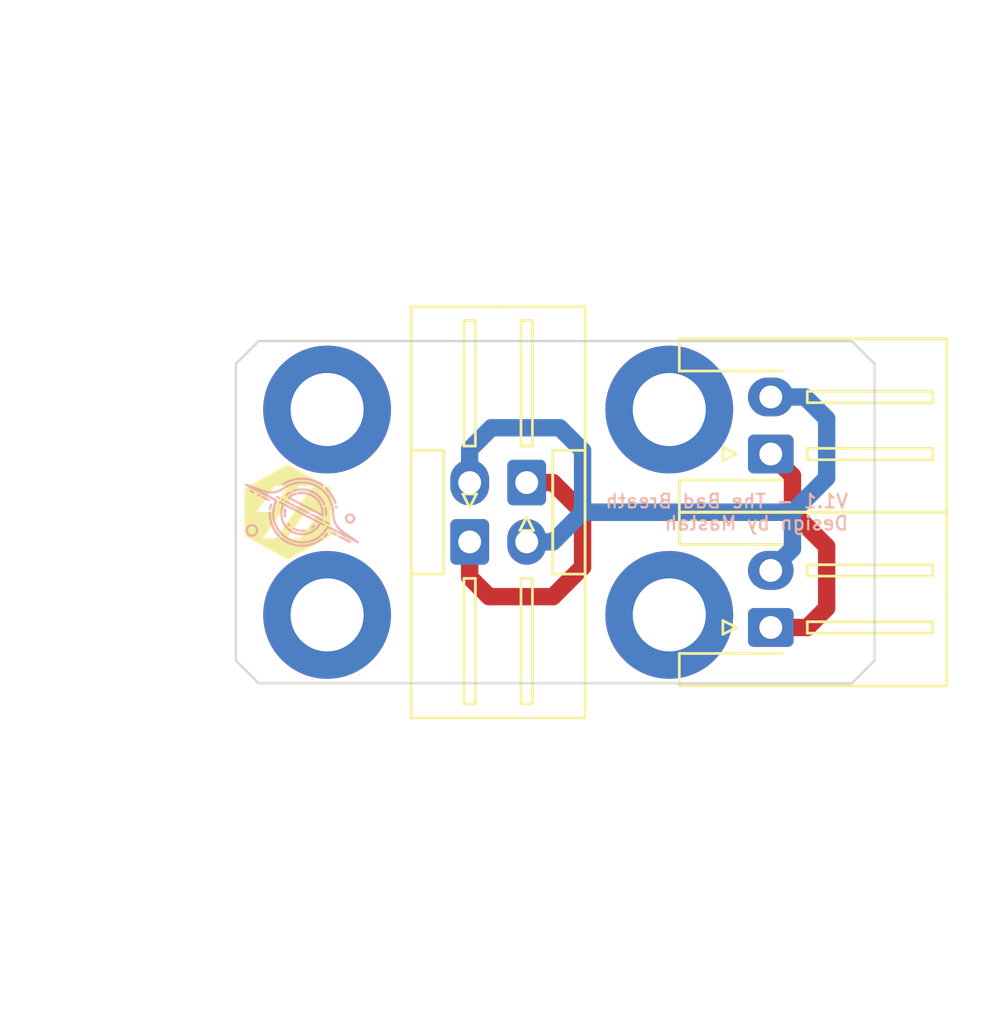
<source format=kicad_pcb>
(kicad_pcb (version 20211014) (generator pcbnew)
  (layers (0 "F.Cu" signal) (31 "B.Cu" signal) (34 "B.Paste" user) (35 "F.Paste" user) (36 "B.SilkS" user "B.Silkscreen") (37 "F.SilkS" user "F.Silkscreen") (38 "B.Mask" user) (39 "F.Mask" user) (44 "Edge.Cuts" user))
  (net 0 "")
  (footprint "voron_logo:voron_logo_5x5_negatif" (layer "F.Cu") (at 22.3 27.45)
    (fp_text reference "G***" hide)
    (fp_text value "LOGO" hide)
  )
  (footprint "MountingHole:MountingHole_3.2mm_M3_DIN965_Pad" (layer "F.Cu") (at 39 23)
    (fp_text reference "REF**" hide)
    (fp_text value "MountingHole_3.2mm_M3_DIN965_Pad")
    (pad "1" thru_hole circle (at 0 0) (size 5.6 5.6) (drill 3.2) (layers *.Cu *.Mask))
  )
  (footprint "Connector_JST:JST_XH_S2B-XH-A-1_1x02_P2.50mm_Horizontal" (layer "F.Cu") (at 30.25 28.8)
    (fp_text reference "REF**" hide)
    (fp_text value "JST_XH_S2B-XH-A-1_1x02_P2.50mm_Horizontal" hide)
    (pad "1" thru_hole roundrect (at 0 0) (size 1.7 2) (drill 1) (layers *.Cu *.Mask) (roundrect_rratio 0.1470588235))
    (pad "2" thru_hole oval (at 2.5 0) (size 1.7 2) (drill 1) (layers *.Cu *.Mask))
  )
  (footprint "Connector_JST:JST_XH_S2B-XH-A-1_1x02_P2.50mm_Horizontal" (layer "F.Cu") (at 43.45 24.95 90)
    (fp_text reference "REF**" hide)
    (fp_text value "JST_XH_S2B-XH-A-1_1x02_P2.50mm_Horizontal")
    (pad "1" thru_hole roundrect (at 0 0 90) (size 1.7 2) (drill 1) (layers *.Cu *.Mask) (roundrect_rratio 0.1470588235))
    (pad "2" thru_hole oval (at 2.5 0 90) (size 1.7 2) (drill 1) (layers *.Cu *.Mask))
  )
  (footprint "Connector_JST:JST_XH_S2B-XH-A-1_1x02_P2.50mm_Horizontal" (layer "F.Cu") (at 32.75 26.2 180)
    (fp_text reference "REF**" hide)
    (fp_text value "JST_XH_S2B-XH-A-1_1x02_P2.50mm_Horizontal" hide)
    (pad "1" thru_hole roundrect (at 0 0 180) (size 1.7 2) (drill 1) (layers *.Cu *.Mask) (roundrect_rratio 0.1470588235))
    (pad "2" thru_hole oval (at 2.5 0 180) (size 1.7 2) (drill 1) (layers *.Cu *.Mask))
  )
  (footprint "MountingHole:MountingHole_3.2mm_M3_DIN965_Pad" (layer "F.Cu") (at 24 23)
    (fp_text reference "REF**" hide)
    (fp_text value "MountingHole_3.2mm_M3_DIN965_Pad")
    (pad "1" thru_hole circle (at 0 0) (size 5.6 5.6) (drill 3.2) (layers *.Cu *.Mask))
  )
  (footprint "MountingHole:MountingHole_3.2mm_M3_DIN965_Pad" (layer "F.Cu") (at 24 32)
    (fp_text reference "REF**" hide)
    (fp_text value "MountingHole_3.2mm_M3_DIN965_Pad")
    (pad "1" thru_hole circle (at 0 0) (size 5.6 5.6) (drill 3.2) (layers *.Cu *.Mask))
  )
  (footprint "MountingHole:MountingHole_3.2mm_M3_DIN965_Pad" (layer "F.Cu") (at 39 32)
    (fp_text reference "REF**" hide)
    (fp_text value "MountingHole_3.2mm_M3_DIN965_Pad")
    (pad "1" thru_hole circle (at 0 0) (size 5.6 5.6) (drill 3.2) (layers *.Cu *.Mask))
  )
  (footprint "Connector_JST:JST_XH_S2B-XH-A-1_1x02_P2.50mm_Horizontal" (layer "F.Cu") (at 43.45 32.55 90)
    (fp_text reference "REF**" hide)
    (fp_text value "JST_XH_S2B-XH-A-1_1x02_P2.50mm_Horizontal")
    (pad "1" thru_hole roundrect (at 0 0 90) (size 1.7 2) (drill 1) (layers *.Cu *.Mask) (roundrect_rratio 0.1470588235))
    (pad "2" thru_hole oval (at 2.5 0 90) (size 1.7 2) (drill 1) (layers *.Cu *.Mask))
  )
  (footprint "voron_logo:black_hole_5x5" (layer "B.Cu") (at 22.9 27.5 180)
    (fp_text reference "G***" hide)
    (fp_text value "LOGO" hide)
  )
  (gr_line (start 20 21) (end 20 34) (layer "Edge.Cuts") (width 0.1))
  (gr_line (start 21 35) (end 47 35) (layer "Edge.Cuts") (width 0.1))
  (gr_line (start 48 21) (end 48 34) (layer "Edge.Cuts") (width 0.1))
  (gr_line (start 21 20) (end 47 20) (layer "Edge.Cuts") (width 0.1))
  (gr_line (start 47 20) (end 48 21) (layer "Edge.Cuts") (width 0.1))
  (gr_line (start 21 35) (end 20 34) (layer "Edge.Cuts") (width 0.1))
  (gr_line (start 48 34) (end 47 35) (layer "Edge.Cuts") (width 0.1))
  (gr_line (start 21 20) (end 20 21) (layer "Edge.Cuts") (width 0.1))
  (gr_text "V1.1 - The Bad Breath\nDesign by Mastah" (at 46.9 27.5) (layer "B.SilkS") (effects (font (size 0.6 0.6) (thickness 0.1)) (justify left mirror)))
  (segment (start 44.4 27.5) (end 44.4 25.9) (width 0.762) (layer "F.Cu") (net 0))
  (segment (start 45.9 29) (end 45.9 31.7) (width 0.762) (layer "F.Cu") (net 0))
  (segment (start 31.1 31.2) (end 30.25 30.35) (width 0.762) (layer "F.Cu") (net 0))
  (segment (start 33.9 31.2) (end 31.1 31.2) (width 0.762) (layer "F.Cu") (net 0))
  (segment (start 35.2 27.5) (end 44.4 27.5) (width 0.762) (layer "F.Cu") (net 0))
  (segment (start 33.9 26.2) (end 32.75 26.2) (width 0.762) (layer "F.Cu") (net 0))
  (segment (start 45.05 32.55) (end 43.45 32.55) (width 0.762) (layer "F.Cu") (net 0))
  (segment (start 35.2 29.9) (end 33.9 31.2) (width 0.762) (layer "F.Cu") (net 0))
  (segment (start 35.2 27.5) (end 35.2 29.9) (width 0.762) (layer "F.Cu") (net 0))
  (segment (start 30.25 30.35) (end 30.25 28.8) (width 0.762) (layer "F.Cu") (net 0))
  (segment (start 44.4 27.5) (end 45.9 29) (width 0.762) (layer "F.Cu") (net 0))
  (segment (start 35.2 27.5) (end 33.9 26.2) (width 0.762) (layer "F.Cu") (net 0))
  (segment (start 45.9 31.7) (end 45.05 32.55) (width 0.762) (layer "F.Cu") (net 0))
  (segment (start 44.4 25.9) (end 43.45 24.95) (width 0.762) (layer "F.Cu") (net 0))
  (segment (start 35.2 27.5) (end 44.4 27.5) (width 0.762) (layer "B.Cu") (net 0))
  (segment (start 35.2 27.5) (end 35.2 24.8) (width 0.762) (layer "B.Cu") (net 0))
  (segment (start 45.9 26) (end 45.9 23.4) (width 0.762) (layer "B.Cu") (net 0))
  (segment (start 33.9 28.8) (end 32.75 28.8) (width 0.762) (layer "B.Cu") (net 0))
  (segment (start 44.95 22.45) (end 43.45 22.45) (width 0.762) (layer "B.Cu") (net 0))
  (segment (start 30.25 24.75) (end 30.25 26.2) (width 0.762) (layer "B.Cu") (net 0))
  (segment (start 44.4 27.5) (end 45.9 26) (width 0.762) (layer "B.Cu") (net 0))
  (segment (start 45.9 23.4) (end 44.95 22.45) (width 0.762) (layer "B.Cu") (net 0))
  (segment (start 35.2 24.8) (end 34.2 23.8) (width 0.762) (layer "B.Cu") (net 0))
  (segment (start 31.2 23.8) (end 30.25 24.75) (width 0.762) (layer "B.Cu") (net 0))
  (segment (start 35.2 27.5) (end 33.9 28.8) (width 0.762) (layer "B.Cu") (net 0))
  (segment (start 34.2 23.8) (end 31.2 23.8) (width 0.762) (layer "B.Cu") (net 0))
  (segment (start 44.4 27.5) (end 44.4 29.1) (width 0.762) (layer "B.Cu") (net 0))
  (segment (start 44.4 29.1) (end 43.45 30.05) (width 0.762) (layer "B.Cu") (net 0))
)
</source>
